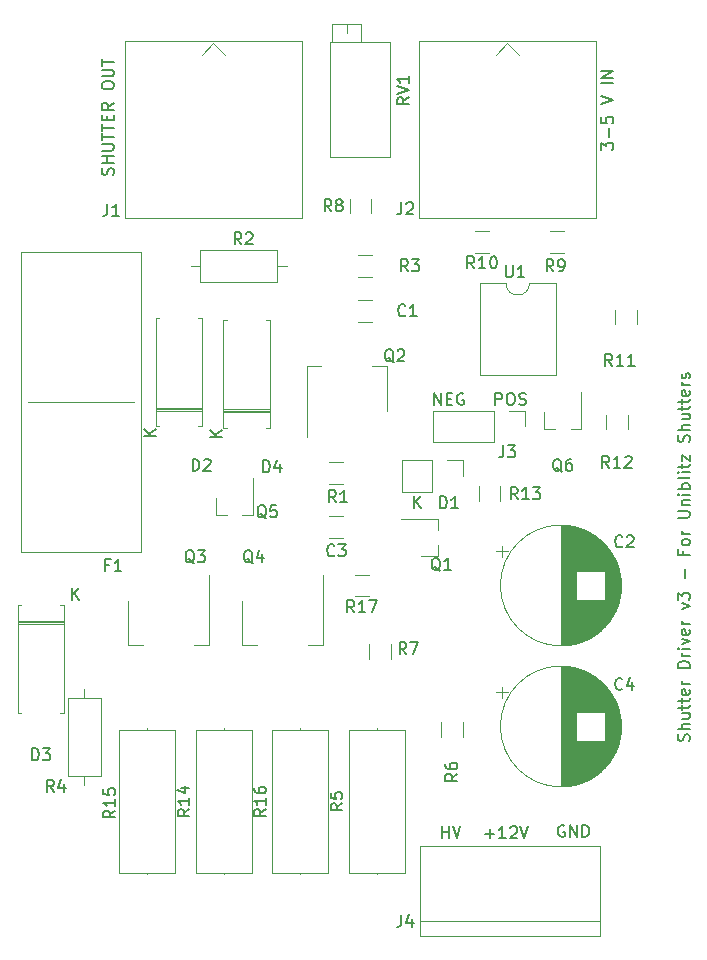
<source format=gbr>
G04 #@! TF.GenerationSoftware,KiCad,Pcbnew,(5.1.2)-2*
G04 #@! TF.CreationDate,2019-08-08T10:37:34+12:00*
G04 #@! TF.ProjectId,Shutter_Driver,53687574-7465-4725-9f44-72697665722e,rev?*
G04 #@! TF.SameCoordinates,Original*
G04 #@! TF.FileFunction,Legend,Top*
G04 #@! TF.FilePolarity,Positive*
%FSLAX46Y46*%
G04 Gerber Fmt 4.6, Leading zero omitted, Abs format (unit mm)*
G04 Created by KiCad (PCBNEW (5.1.2)-2) date 2019-08-08 10:37:34*
%MOMM*%
%LPD*%
G04 APERTURE LIST*
%ADD10C,0.150000*%
%ADD11C,0.120000*%
G04 APERTURE END LIST*
D10*
X82796095Y-76398380D02*
X82796095Y-75398380D01*
X83367523Y-76398380D02*
X82938952Y-75826952D01*
X83367523Y-75398380D02*
X82796095Y-75969809D01*
X106068761Y-96105023D02*
X106116380Y-95962166D01*
X106116380Y-95724071D01*
X106068761Y-95628833D01*
X106021142Y-95581214D01*
X105925904Y-95533595D01*
X105830666Y-95533595D01*
X105735428Y-95581214D01*
X105687809Y-95628833D01*
X105640190Y-95724071D01*
X105592571Y-95914547D01*
X105544952Y-96009785D01*
X105497333Y-96057404D01*
X105402095Y-96105023D01*
X105306857Y-96105023D01*
X105211619Y-96057404D01*
X105164000Y-96009785D01*
X105116380Y-95914547D01*
X105116380Y-95676452D01*
X105164000Y-95533595D01*
X106116380Y-95105023D02*
X105116380Y-95105023D01*
X106116380Y-94676452D02*
X105592571Y-94676452D01*
X105497333Y-94724071D01*
X105449714Y-94819309D01*
X105449714Y-94962166D01*
X105497333Y-95057404D01*
X105544952Y-95105023D01*
X105449714Y-93771690D02*
X106116380Y-93771690D01*
X105449714Y-94200261D02*
X105973523Y-94200261D01*
X106068761Y-94152642D01*
X106116380Y-94057404D01*
X106116380Y-93914547D01*
X106068761Y-93819309D01*
X106021142Y-93771690D01*
X105449714Y-93438357D02*
X105449714Y-93057404D01*
X105116380Y-93295500D02*
X105973523Y-93295500D01*
X106068761Y-93247880D01*
X106116380Y-93152642D01*
X106116380Y-93057404D01*
X105449714Y-92866928D02*
X105449714Y-92485976D01*
X105116380Y-92724071D02*
X105973523Y-92724071D01*
X106068761Y-92676452D01*
X106116380Y-92581214D01*
X106116380Y-92485976D01*
X106068761Y-91771690D02*
X106116380Y-91866928D01*
X106116380Y-92057404D01*
X106068761Y-92152642D01*
X105973523Y-92200261D01*
X105592571Y-92200261D01*
X105497333Y-92152642D01*
X105449714Y-92057404D01*
X105449714Y-91866928D01*
X105497333Y-91771690D01*
X105592571Y-91724071D01*
X105687809Y-91724071D01*
X105783047Y-92200261D01*
X106116380Y-91295500D02*
X105449714Y-91295500D01*
X105640190Y-91295500D02*
X105544952Y-91247880D01*
X105497333Y-91200261D01*
X105449714Y-91105023D01*
X105449714Y-91009785D01*
X106116380Y-89914547D02*
X105116380Y-89914547D01*
X105116380Y-89676452D01*
X105164000Y-89533595D01*
X105259238Y-89438357D01*
X105354476Y-89390738D01*
X105544952Y-89343119D01*
X105687809Y-89343119D01*
X105878285Y-89390738D01*
X105973523Y-89438357D01*
X106068761Y-89533595D01*
X106116380Y-89676452D01*
X106116380Y-89914547D01*
X106116380Y-88914547D02*
X105449714Y-88914547D01*
X105640190Y-88914547D02*
X105544952Y-88866928D01*
X105497333Y-88819309D01*
X105449714Y-88724071D01*
X105449714Y-88628833D01*
X106116380Y-88295500D02*
X105449714Y-88295500D01*
X105116380Y-88295500D02*
X105164000Y-88343119D01*
X105211619Y-88295500D01*
X105164000Y-88247880D01*
X105116380Y-88295500D01*
X105211619Y-88295500D01*
X105449714Y-87914547D02*
X106116380Y-87676452D01*
X105449714Y-87438357D01*
X106068761Y-86676452D02*
X106116380Y-86771690D01*
X106116380Y-86962166D01*
X106068761Y-87057404D01*
X105973523Y-87105023D01*
X105592571Y-87105023D01*
X105497333Y-87057404D01*
X105449714Y-86962166D01*
X105449714Y-86771690D01*
X105497333Y-86676452D01*
X105592571Y-86628833D01*
X105687809Y-86628833D01*
X105783047Y-87105023D01*
X106116380Y-86200261D02*
X105449714Y-86200261D01*
X105640190Y-86200261D02*
X105544952Y-86152642D01*
X105497333Y-86105023D01*
X105449714Y-86009785D01*
X105449714Y-85914547D01*
X105449714Y-84914547D02*
X106116380Y-84676452D01*
X105449714Y-84438357D01*
X105116380Y-84152642D02*
X105116380Y-83533595D01*
X105497333Y-83866928D01*
X105497333Y-83724071D01*
X105544952Y-83628833D01*
X105592571Y-83581214D01*
X105687809Y-83533595D01*
X105925904Y-83533595D01*
X106021142Y-83581214D01*
X106068761Y-83628833D01*
X106116380Y-83724071D01*
X106116380Y-84009785D01*
X106068761Y-84105023D01*
X106021142Y-84152642D01*
X105735428Y-82343119D02*
X105735428Y-81581214D01*
X105592571Y-80009785D02*
X105592571Y-80343119D01*
X106116380Y-80343119D02*
X105116380Y-80343119D01*
X105116380Y-79866928D01*
X106116380Y-79343119D02*
X106068761Y-79438357D01*
X106021142Y-79485976D01*
X105925904Y-79533595D01*
X105640190Y-79533595D01*
X105544952Y-79485976D01*
X105497333Y-79438357D01*
X105449714Y-79343119D01*
X105449714Y-79200261D01*
X105497333Y-79105023D01*
X105544952Y-79057404D01*
X105640190Y-79009785D01*
X105925904Y-79009785D01*
X106021142Y-79057404D01*
X106068761Y-79105023D01*
X106116380Y-79200261D01*
X106116380Y-79343119D01*
X106116380Y-78581214D02*
X105449714Y-78581214D01*
X105640190Y-78581214D02*
X105544952Y-78533595D01*
X105497333Y-78485976D01*
X105449714Y-78390738D01*
X105449714Y-78295500D01*
X105116380Y-77200261D02*
X105925904Y-77200261D01*
X106021142Y-77152642D01*
X106068761Y-77105023D01*
X106116380Y-77009785D01*
X106116380Y-76819309D01*
X106068761Y-76724071D01*
X106021142Y-76676452D01*
X105925904Y-76628833D01*
X105116380Y-76628833D01*
X105449714Y-76152642D02*
X106116380Y-76152642D01*
X105544952Y-76152642D02*
X105497333Y-76105023D01*
X105449714Y-76009785D01*
X105449714Y-75866928D01*
X105497333Y-75771690D01*
X105592571Y-75724071D01*
X106116380Y-75724071D01*
X106116380Y-75247880D02*
X105449714Y-75247880D01*
X105116380Y-75247880D02*
X105164000Y-75295500D01*
X105211619Y-75247880D01*
X105164000Y-75200261D01*
X105116380Y-75247880D01*
X105211619Y-75247880D01*
X106116380Y-74771690D02*
X105116380Y-74771690D01*
X105497333Y-74771690D02*
X105449714Y-74676452D01*
X105449714Y-74485976D01*
X105497333Y-74390738D01*
X105544952Y-74343119D01*
X105640190Y-74295500D01*
X105925904Y-74295500D01*
X106021142Y-74343119D01*
X106068761Y-74390738D01*
X106116380Y-74485976D01*
X106116380Y-74676452D01*
X106068761Y-74771690D01*
X106116380Y-73724071D02*
X106068761Y-73819309D01*
X105973523Y-73866928D01*
X105116380Y-73866928D01*
X106116380Y-73343119D02*
X105449714Y-73343119D01*
X105116380Y-73343119D02*
X105164000Y-73390738D01*
X105211619Y-73343119D01*
X105164000Y-73295500D01*
X105116380Y-73343119D01*
X105211619Y-73343119D01*
X105449714Y-73009785D02*
X105449714Y-72628833D01*
X105116380Y-72866928D02*
X105973523Y-72866928D01*
X106068761Y-72819309D01*
X106116380Y-72724071D01*
X106116380Y-72628833D01*
X105449714Y-72390738D02*
X105449714Y-71866928D01*
X106116380Y-72390738D01*
X106116380Y-71866928D01*
X106068761Y-70771690D02*
X106116380Y-70628833D01*
X106116380Y-70390738D01*
X106068761Y-70295500D01*
X106021142Y-70247880D01*
X105925904Y-70200261D01*
X105830666Y-70200261D01*
X105735428Y-70247880D01*
X105687809Y-70295500D01*
X105640190Y-70390738D01*
X105592571Y-70581214D01*
X105544952Y-70676452D01*
X105497333Y-70724071D01*
X105402095Y-70771690D01*
X105306857Y-70771690D01*
X105211619Y-70724071D01*
X105164000Y-70676452D01*
X105116380Y-70581214D01*
X105116380Y-70343119D01*
X105164000Y-70200261D01*
X106116380Y-69771690D02*
X105116380Y-69771690D01*
X106116380Y-69343119D02*
X105592571Y-69343119D01*
X105497333Y-69390738D01*
X105449714Y-69485976D01*
X105449714Y-69628833D01*
X105497333Y-69724071D01*
X105544952Y-69771690D01*
X105449714Y-68438357D02*
X106116380Y-68438357D01*
X105449714Y-68866928D02*
X105973523Y-68866928D01*
X106068761Y-68819309D01*
X106116380Y-68724071D01*
X106116380Y-68581214D01*
X106068761Y-68485976D01*
X106021142Y-68438357D01*
X105449714Y-68105023D02*
X105449714Y-67724071D01*
X105116380Y-67962166D02*
X105973523Y-67962166D01*
X106068761Y-67914547D01*
X106116380Y-67819309D01*
X106116380Y-67724071D01*
X105449714Y-67533595D02*
X105449714Y-67152642D01*
X105116380Y-67390738D02*
X105973523Y-67390738D01*
X106068761Y-67343119D01*
X106116380Y-67247880D01*
X106116380Y-67152642D01*
X106068761Y-66438357D02*
X106116380Y-66533595D01*
X106116380Y-66724071D01*
X106068761Y-66819309D01*
X105973523Y-66866928D01*
X105592571Y-66866928D01*
X105497333Y-66819309D01*
X105449714Y-66724071D01*
X105449714Y-66533595D01*
X105497333Y-66438357D01*
X105592571Y-66390738D01*
X105687809Y-66390738D01*
X105783047Y-66866928D01*
X106116380Y-65962166D02*
X105449714Y-65962166D01*
X105640190Y-65962166D02*
X105544952Y-65914547D01*
X105497333Y-65866928D01*
X105449714Y-65771690D01*
X105449714Y-65676452D01*
X106068761Y-65390738D02*
X106116380Y-65295500D01*
X106116380Y-65105023D01*
X106068761Y-65009785D01*
X105973523Y-64962166D01*
X105925904Y-64962166D01*
X105830666Y-65009785D01*
X105783047Y-65105023D01*
X105783047Y-65247880D01*
X105735428Y-65343119D01*
X105640190Y-65390738D01*
X105592571Y-65390738D01*
X105497333Y-65343119D01*
X105449714Y-65247880D01*
X105449714Y-65105023D01*
X105497333Y-65009785D01*
X84486904Y-67635380D02*
X84486904Y-66635380D01*
X85058333Y-67635380D01*
X85058333Y-66635380D01*
X85534523Y-67111571D02*
X85867857Y-67111571D01*
X86010714Y-67635380D02*
X85534523Y-67635380D01*
X85534523Y-66635380D01*
X86010714Y-66635380D01*
X86963095Y-66683000D02*
X86867857Y-66635380D01*
X86725000Y-66635380D01*
X86582142Y-66683000D01*
X86486904Y-66778238D01*
X86439285Y-66873476D01*
X86391666Y-67063952D01*
X86391666Y-67206809D01*
X86439285Y-67397285D01*
X86486904Y-67492523D01*
X86582142Y-67587761D01*
X86725000Y-67635380D01*
X86820238Y-67635380D01*
X86963095Y-67587761D01*
X87010714Y-67540142D01*
X87010714Y-67206809D01*
X86820238Y-67206809D01*
X89670095Y-67635380D02*
X89670095Y-66635380D01*
X90051047Y-66635380D01*
X90146285Y-66683000D01*
X90193904Y-66730619D01*
X90241523Y-66825857D01*
X90241523Y-66968714D01*
X90193904Y-67063952D01*
X90146285Y-67111571D01*
X90051047Y-67159190D01*
X89670095Y-67159190D01*
X90860571Y-66635380D02*
X91051047Y-66635380D01*
X91146285Y-66683000D01*
X91241523Y-66778238D01*
X91289142Y-66968714D01*
X91289142Y-67302047D01*
X91241523Y-67492523D01*
X91146285Y-67587761D01*
X91051047Y-67635380D01*
X90860571Y-67635380D01*
X90765333Y-67587761D01*
X90670095Y-67492523D01*
X90622476Y-67302047D01*
X90622476Y-66968714D01*
X90670095Y-66778238D01*
X90765333Y-66683000D01*
X90860571Y-66635380D01*
X91670095Y-67587761D02*
X91812952Y-67635380D01*
X92051047Y-67635380D01*
X92146285Y-67587761D01*
X92193904Y-67540142D01*
X92241523Y-67444904D01*
X92241523Y-67349666D01*
X92193904Y-67254428D01*
X92146285Y-67206809D01*
X92051047Y-67159190D01*
X91860571Y-67111571D01*
X91765333Y-67063952D01*
X91717714Y-67016333D01*
X91670095Y-66921095D01*
X91670095Y-66825857D01*
X91717714Y-66730619D01*
X91765333Y-66683000D01*
X91860571Y-66635380D01*
X92098666Y-66635380D01*
X92241523Y-66683000D01*
X88789095Y-103957428D02*
X89551000Y-103957428D01*
X89170047Y-104338380D02*
X89170047Y-103576476D01*
X90551000Y-104338380D02*
X89979571Y-104338380D01*
X90265285Y-104338380D02*
X90265285Y-103338380D01*
X90170047Y-103481238D01*
X90074809Y-103576476D01*
X89979571Y-103624095D01*
X90931952Y-103433619D02*
X90979571Y-103386000D01*
X91074809Y-103338380D01*
X91312904Y-103338380D01*
X91408142Y-103386000D01*
X91455761Y-103433619D01*
X91503380Y-103528857D01*
X91503380Y-103624095D01*
X91455761Y-103766952D01*
X90884333Y-104338380D01*
X91503380Y-104338380D01*
X91789095Y-103338380D02*
X92122428Y-104338380D01*
X92455761Y-103338380D01*
X95504095Y-103259000D02*
X95408857Y-103211380D01*
X95266000Y-103211380D01*
X95123142Y-103259000D01*
X95027904Y-103354238D01*
X94980285Y-103449476D01*
X94932666Y-103639952D01*
X94932666Y-103782809D01*
X94980285Y-103973285D01*
X95027904Y-104068523D01*
X95123142Y-104163761D01*
X95266000Y-104211380D01*
X95361238Y-104211380D01*
X95504095Y-104163761D01*
X95551714Y-104116142D01*
X95551714Y-103782809D01*
X95361238Y-103782809D01*
X95980285Y-104211380D02*
X95980285Y-103211380D01*
X96551714Y-104211380D01*
X96551714Y-103211380D01*
X97027904Y-104211380D02*
X97027904Y-103211380D01*
X97266000Y-103211380D01*
X97408857Y-103259000D01*
X97504095Y-103354238D01*
X97551714Y-103449476D01*
X97599333Y-103639952D01*
X97599333Y-103782809D01*
X97551714Y-103973285D01*
X97504095Y-104068523D01*
X97408857Y-104163761D01*
X97266000Y-104211380D01*
X97027904Y-104211380D01*
X85137714Y-104338380D02*
X85137714Y-103338380D01*
X85137714Y-103814571D02*
X85709142Y-103814571D01*
X85709142Y-104338380D02*
X85709142Y-103338380D01*
X86042476Y-103338380D02*
X86375809Y-104338380D01*
X86709142Y-103338380D01*
X98639380Y-46052952D02*
X98639380Y-45433904D01*
X99020333Y-45767238D01*
X99020333Y-45624380D01*
X99067952Y-45529142D01*
X99115571Y-45481523D01*
X99210809Y-45433904D01*
X99448904Y-45433904D01*
X99544142Y-45481523D01*
X99591761Y-45529142D01*
X99639380Y-45624380D01*
X99639380Y-45910095D01*
X99591761Y-46005333D01*
X99544142Y-46052952D01*
X99258428Y-45005333D02*
X99258428Y-44243428D01*
X98639380Y-43291047D02*
X98639380Y-43767238D01*
X99115571Y-43814857D01*
X99067952Y-43767238D01*
X99020333Y-43672000D01*
X99020333Y-43433904D01*
X99067952Y-43338666D01*
X99115571Y-43291047D01*
X99210809Y-43243428D01*
X99448904Y-43243428D01*
X99544142Y-43291047D01*
X99591761Y-43338666D01*
X99639380Y-43433904D01*
X99639380Y-43672000D01*
X99591761Y-43767238D01*
X99544142Y-43814857D01*
X98639380Y-42195809D02*
X99639380Y-41862476D01*
X98639380Y-41529142D01*
X99639380Y-40433904D02*
X98639380Y-40433904D01*
X99639380Y-39957714D02*
X98639380Y-39957714D01*
X99639380Y-39386285D01*
X98639380Y-39386285D01*
X57300761Y-48164142D02*
X57348380Y-48021285D01*
X57348380Y-47783190D01*
X57300761Y-47687952D01*
X57253142Y-47640333D01*
X57157904Y-47592714D01*
X57062666Y-47592714D01*
X56967428Y-47640333D01*
X56919809Y-47687952D01*
X56872190Y-47783190D01*
X56824571Y-47973666D01*
X56776952Y-48068904D01*
X56729333Y-48116523D01*
X56634095Y-48164142D01*
X56538857Y-48164142D01*
X56443619Y-48116523D01*
X56396000Y-48068904D01*
X56348380Y-47973666D01*
X56348380Y-47735571D01*
X56396000Y-47592714D01*
X57348380Y-47164142D02*
X56348380Y-47164142D01*
X56824571Y-47164142D02*
X56824571Y-46592714D01*
X57348380Y-46592714D02*
X56348380Y-46592714D01*
X56348380Y-46116523D02*
X57157904Y-46116523D01*
X57253142Y-46068904D01*
X57300761Y-46021285D01*
X57348380Y-45926047D01*
X57348380Y-45735571D01*
X57300761Y-45640333D01*
X57253142Y-45592714D01*
X57157904Y-45545095D01*
X56348380Y-45545095D01*
X56348380Y-45211761D02*
X56348380Y-44640333D01*
X57348380Y-44926047D02*
X56348380Y-44926047D01*
X56348380Y-44449857D02*
X56348380Y-43878428D01*
X57348380Y-44164142D02*
X56348380Y-44164142D01*
X56824571Y-43545095D02*
X56824571Y-43211761D01*
X57348380Y-43068904D02*
X57348380Y-43545095D01*
X56348380Y-43545095D01*
X56348380Y-43068904D01*
X57348380Y-42068904D02*
X56872190Y-42402238D01*
X57348380Y-42640333D02*
X56348380Y-42640333D01*
X56348380Y-42259380D01*
X56396000Y-42164142D01*
X56443619Y-42116523D01*
X56538857Y-42068904D01*
X56681714Y-42068904D01*
X56776952Y-42116523D01*
X56824571Y-42164142D01*
X56872190Y-42259380D01*
X56872190Y-42640333D01*
X56348380Y-40687952D02*
X56348380Y-40497476D01*
X56396000Y-40402238D01*
X56491238Y-40307000D01*
X56681714Y-40259380D01*
X57015047Y-40259380D01*
X57205523Y-40307000D01*
X57300761Y-40402238D01*
X57348380Y-40497476D01*
X57348380Y-40687952D01*
X57300761Y-40783190D01*
X57205523Y-40878428D01*
X57015047Y-40926047D01*
X56681714Y-40926047D01*
X56491238Y-40878428D01*
X56396000Y-40783190D01*
X56348380Y-40687952D01*
X56348380Y-39830809D02*
X57157904Y-39830809D01*
X57253142Y-39783190D01*
X57300761Y-39735571D01*
X57348380Y-39640333D01*
X57348380Y-39449857D01*
X57300761Y-39354619D01*
X57253142Y-39307000D01*
X57157904Y-39259380D01*
X56348380Y-39259380D01*
X56348380Y-38926047D02*
X56348380Y-38354619D01*
X57348380Y-38640333D02*
X56348380Y-38640333D01*
D11*
X77082000Y-35378000D02*
X77082000Y-36137000D01*
X78297000Y-36897000D02*
X75867000Y-36897000D01*
X78297000Y-35378000D02*
X75867000Y-35378000D01*
X75867000Y-35378000D02*
X75867000Y-36897000D01*
X78297000Y-35378000D02*
X78297000Y-36897000D01*
X80762000Y-46668000D02*
X75692000Y-46668000D01*
X80762000Y-36898000D02*
X75692000Y-36898000D01*
X75692000Y-36898000D02*
X75692000Y-46668000D01*
X80762000Y-36898000D02*
X80762000Y-46668000D01*
X50110000Y-67437000D02*
X59110000Y-67437000D01*
X59690000Y-80137000D02*
X49530000Y-80137000D01*
X59690000Y-54737000D02*
X59690000Y-80137000D01*
X49530000Y-54737000D02*
X59690000Y-54737000D01*
X49530000Y-80137000D02*
X49530000Y-54737000D01*
X73152000Y-95039000D02*
X73152000Y-95149000D01*
X73152000Y-107399000D02*
X73152000Y-107289000D01*
X70782000Y-95149000D02*
X70782000Y-107289000D01*
X75522000Y-95149000D02*
X70782000Y-95149000D01*
X75522000Y-107289000D02*
X75522000Y-95149000D01*
X70782000Y-107289000D02*
X75522000Y-107289000D01*
X60198000Y-95039000D02*
X60198000Y-95149000D01*
X60198000Y-107399000D02*
X60198000Y-107289000D01*
X57828000Y-95149000D02*
X57828000Y-107289000D01*
X62568000Y-95149000D02*
X57828000Y-95149000D01*
X62568000Y-107289000D02*
X62568000Y-95149000D01*
X57828000Y-107289000D02*
X62568000Y-107289000D01*
X66675000Y-95039000D02*
X66675000Y-95149000D01*
X66675000Y-107399000D02*
X66675000Y-107289000D01*
X64305000Y-95149000D02*
X64305000Y-107289000D01*
X69045000Y-95149000D02*
X64305000Y-95149000D01*
X69045000Y-107289000D02*
X69045000Y-95149000D01*
X64305000Y-107289000D02*
X69045000Y-107289000D01*
X79629000Y-95039000D02*
X79629000Y-95149000D01*
X79629000Y-107399000D02*
X79629000Y-107289000D01*
X77259000Y-95149000D02*
X77259000Y-107289000D01*
X81999000Y-95149000D02*
X77259000Y-95149000D01*
X81999000Y-107289000D02*
X81999000Y-95149000D01*
X77259000Y-107289000D02*
X81999000Y-107289000D01*
X94802000Y-57344000D02*
X92567000Y-57344000D01*
X94802000Y-65084000D02*
X94802000Y-57344000D01*
X88332000Y-65084000D02*
X94802000Y-65084000D01*
X88332000Y-57344000D02*
X88332000Y-65084000D01*
X90567000Y-57344000D02*
X88332000Y-57344000D01*
X92567000Y-57344000D02*
G75*
G02X90567000Y-57344000I-1000000J0D01*
G01*
X78961064Y-82021000D02*
X77756936Y-82021000D01*
X78961064Y-83841000D02*
X77756936Y-83841000D01*
X90064000Y-75749564D02*
X90064000Y-74545436D01*
X88244000Y-75749564D02*
X88244000Y-74545436D01*
X90230354Y-91494000D02*
X90230354Y-92494000D01*
X89730354Y-91994000D02*
X90730354Y-91994000D01*
X100291000Y-94270000D02*
X100291000Y-95468000D01*
X100251000Y-94007000D02*
X100251000Y-95731000D01*
X100211000Y-93807000D02*
X100211000Y-95931000D01*
X100171000Y-93639000D02*
X100171000Y-96099000D01*
X100131000Y-93491000D02*
X100131000Y-96247000D01*
X100091000Y-93359000D02*
X100091000Y-96379000D01*
X100051000Y-93239000D02*
X100051000Y-96499000D01*
X100011000Y-93127000D02*
X100011000Y-96611000D01*
X99971000Y-93023000D02*
X99971000Y-96715000D01*
X99931000Y-92925000D02*
X99931000Y-96813000D01*
X99891000Y-92832000D02*
X99891000Y-96906000D01*
X99851000Y-92744000D02*
X99851000Y-96994000D01*
X99811000Y-92660000D02*
X99811000Y-97078000D01*
X99771000Y-92580000D02*
X99771000Y-97158000D01*
X99731000Y-92504000D02*
X99731000Y-97234000D01*
X99691000Y-92430000D02*
X99691000Y-97308000D01*
X99651000Y-92359000D02*
X99651000Y-97379000D01*
X99611000Y-92290000D02*
X99611000Y-97448000D01*
X99571000Y-92224000D02*
X99571000Y-97514000D01*
X99531000Y-92160000D02*
X99531000Y-97578000D01*
X99491000Y-92099000D02*
X99491000Y-97639000D01*
X99451000Y-92039000D02*
X99451000Y-97699000D01*
X99411000Y-91980000D02*
X99411000Y-97758000D01*
X99371000Y-91924000D02*
X99371000Y-97814000D01*
X99331000Y-91869000D02*
X99331000Y-97869000D01*
X99291000Y-91815000D02*
X99291000Y-97923000D01*
X99251000Y-91763000D02*
X99251000Y-97975000D01*
X99211000Y-91713000D02*
X99211000Y-98025000D01*
X99171000Y-91663000D02*
X99171000Y-98075000D01*
X99131000Y-91615000D02*
X99131000Y-98123000D01*
X99091000Y-91568000D02*
X99091000Y-98170000D01*
X99051000Y-91522000D02*
X99051000Y-98216000D01*
X99011000Y-91477000D02*
X99011000Y-98261000D01*
X98971000Y-91433000D02*
X98971000Y-98305000D01*
X98931000Y-96110000D02*
X98931000Y-98347000D01*
X98931000Y-91391000D02*
X98931000Y-93628000D01*
X98891000Y-96110000D02*
X98891000Y-98389000D01*
X98891000Y-91349000D02*
X98891000Y-93628000D01*
X98851000Y-96110000D02*
X98851000Y-98430000D01*
X98851000Y-91308000D02*
X98851000Y-93628000D01*
X98811000Y-96110000D02*
X98811000Y-98470000D01*
X98811000Y-91268000D02*
X98811000Y-93628000D01*
X98771000Y-96110000D02*
X98771000Y-98509000D01*
X98771000Y-91229000D02*
X98771000Y-93628000D01*
X98731000Y-96110000D02*
X98731000Y-98548000D01*
X98731000Y-91190000D02*
X98731000Y-93628000D01*
X98691000Y-96110000D02*
X98691000Y-98585000D01*
X98691000Y-91153000D02*
X98691000Y-93628000D01*
X98651000Y-96110000D02*
X98651000Y-98622000D01*
X98651000Y-91116000D02*
X98651000Y-93628000D01*
X98611000Y-96110000D02*
X98611000Y-98658000D01*
X98611000Y-91080000D02*
X98611000Y-93628000D01*
X98571000Y-96110000D02*
X98571000Y-98693000D01*
X98571000Y-91045000D02*
X98571000Y-93628000D01*
X98531000Y-96110000D02*
X98531000Y-98727000D01*
X98531000Y-91011000D02*
X98531000Y-93628000D01*
X98491000Y-96110000D02*
X98491000Y-98761000D01*
X98491000Y-90977000D02*
X98491000Y-93628000D01*
X98451000Y-96110000D02*
X98451000Y-98794000D01*
X98451000Y-90944000D02*
X98451000Y-93628000D01*
X98411000Y-96110000D02*
X98411000Y-98826000D01*
X98411000Y-90912000D02*
X98411000Y-93628000D01*
X98371000Y-96110000D02*
X98371000Y-98858000D01*
X98371000Y-90880000D02*
X98371000Y-93628000D01*
X98331000Y-96110000D02*
X98331000Y-98889000D01*
X98331000Y-90849000D02*
X98331000Y-93628000D01*
X98291000Y-96110000D02*
X98291000Y-98919000D01*
X98291000Y-90819000D02*
X98291000Y-93628000D01*
X98251000Y-96110000D02*
X98251000Y-98949000D01*
X98251000Y-90789000D02*
X98251000Y-93628000D01*
X98211000Y-96110000D02*
X98211000Y-98979000D01*
X98211000Y-90759000D02*
X98211000Y-93628000D01*
X98171000Y-96110000D02*
X98171000Y-99007000D01*
X98171000Y-90731000D02*
X98171000Y-93628000D01*
X98131000Y-96110000D02*
X98131000Y-99035000D01*
X98131000Y-90703000D02*
X98131000Y-93628000D01*
X98091000Y-96110000D02*
X98091000Y-99063000D01*
X98091000Y-90675000D02*
X98091000Y-93628000D01*
X98051000Y-96110000D02*
X98051000Y-99090000D01*
X98051000Y-90648000D02*
X98051000Y-93628000D01*
X98011000Y-96110000D02*
X98011000Y-99116000D01*
X98011000Y-90622000D02*
X98011000Y-93628000D01*
X97971000Y-96110000D02*
X97971000Y-99142000D01*
X97971000Y-90596000D02*
X97971000Y-93628000D01*
X97931000Y-96110000D02*
X97931000Y-99167000D01*
X97931000Y-90571000D02*
X97931000Y-93628000D01*
X97891000Y-96110000D02*
X97891000Y-99192000D01*
X97891000Y-90546000D02*
X97891000Y-93628000D01*
X97851000Y-96110000D02*
X97851000Y-99216000D01*
X97851000Y-90522000D02*
X97851000Y-93628000D01*
X97811000Y-96110000D02*
X97811000Y-99240000D01*
X97811000Y-90498000D02*
X97811000Y-93628000D01*
X97771000Y-96110000D02*
X97771000Y-99264000D01*
X97771000Y-90474000D02*
X97771000Y-93628000D01*
X97731000Y-96110000D02*
X97731000Y-99286000D01*
X97731000Y-90452000D02*
X97731000Y-93628000D01*
X97691000Y-96110000D02*
X97691000Y-99309000D01*
X97691000Y-90429000D02*
X97691000Y-93628000D01*
X97651000Y-96110000D02*
X97651000Y-99331000D01*
X97651000Y-90407000D02*
X97651000Y-93628000D01*
X97611000Y-96110000D02*
X97611000Y-99352000D01*
X97611000Y-90386000D02*
X97611000Y-93628000D01*
X97571000Y-96110000D02*
X97571000Y-99373000D01*
X97571000Y-90365000D02*
X97571000Y-93628000D01*
X97531000Y-96110000D02*
X97531000Y-99394000D01*
X97531000Y-90344000D02*
X97531000Y-93628000D01*
X97491000Y-96110000D02*
X97491000Y-99414000D01*
X97491000Y-90324000D02*
X97491000Y-93628000D01*
X97451000Y-96110000D02*
X97451000Y-99433000D01*
X97451000Y-90305000D02*
X97451000Y-93628000D01*
X97411000Y-96110000D02*
X97411000Y-99453000D01*
X97411000Y-90285000D02*
X97411000Y-93628000D01*
X97371000Y-96110000D02*
X97371000Y-99472000D01*
X97371000Y-90266000D02*
X97371000Y-93628000D01*
X97331000Y-96110000D02*
X97331000Y-99490000D01*
X97331000Y-90248000D02*
X97331000Y-93628000D01*
X97291000Y-96110000D02*
X97291000Y-99508000D01*
X97291000Y-90230000D02*
X97291000Y-93628000D01*
X97251000Y-96110000D02*
X97251000Y-99526000D01*
X97251000Y-90212000D02*
X97251000Y-93628000D01*
X97211000Y-96110000D02*
X97211000Y-99543000D01*
X97211000Y-90195000D02*
X97211000Y-93628000D01*
X97171000Y-96110000D02*
X97171000Y-99559000D01*
X97171000Y-90179000D02*
X97171000Y-93628000D01*
X97131000Y-96110000D02*
X97131000Y-99576000D01*
X97131000Y-90162000D02*
X97131000Y-93628000D01*
X97091000Y-96110000D02*
X97091000Y-99592000D01*
X97091000Y-90146000D02*
X97091000Y-93628000D01*
X97051000Y-96110000D02*
X97051000Y-99607000D01*
X97051000Y-90131000D02*
X97051000Y-93628000D01*
X97011000Y-96110000D02*
X97011000Y-99623000D01*
X97011000Y-90115000D02*
X97011000Y-93628000D01*
X96971000Y-96110000D02*
X96971000Y-99637000D01*
X96971000Y-90101000D02*
X96971000Y-93628000D01*
X96931000Y-96110000D02*
X96931000Y-99652000D01*
X96931000Y-90086000D02*
X96931000Y-93628000D01*
X96891000Y-96110000D02*
X96891000Y-99666000D01*
X96891000Y-90072000D02*
X96891000Y-93628000D01*
X96851000Y-96110000D02*
X96851000Y-99680000D01*
X96851000Y-90058000D02*
X96851000Y-93628000D01*
X96811000Y-96110000D02*
X96811000Y-99693000D01*
X96811000Y-90045000D02*
X96811000Y-93628000D01*
X96771000Y-96110000D02*
X96771000Y-99706000D01*
X96771000Y-90032000D02*
X96771000Y-93628000D01*
X96731000Y-96110000D02*
X96731000Y-99719000D01*
X96731000Y-90019000D02*
X96731000Y-93628000D01*
X96691000Y-96110000D02*
X96691000Y-99731000D01*
X96691000Y-90007000D02*
X96691000Y-93628000D01*
X96651000Y-96110000D02*
X96651000Y-99743000D01*
X96651000Y-89995000D02*
X96651000Y-93628000D01*
X96611000Y-96110000D02*
X96611000Y-99754000D01*
X96611000Y-89984000D02*
X96611000Y-93628000D01*
X96571000Y-96110000D02*
X96571000Y-99766000D01*
X96571000Y-89972000D02*
X96571000Y-93628000D01*
X96531000Y-96110000D02*
X96531000Y-99776000D01*
X96531000Y-89962000D02*
X96531000Y-93628000D01*
X96491000Y-96110000D02*
X96491000Y-99787000D01*
X96491000Y-89951000D02*
X96491000Y-93628000D01*
X96451000Y-89941000D02*
X96451000Y-99797000D01*
X96411000Y-89931000D02*
X96411000Y-99807000D01*
X96371000Y-89922000D02*
X96371000Y-99816000D01*
X96331000Y-89913000D02*
X96331000Y-99825000D01*
X96291000Y-89904000D02*
X96291000Y-99834000D01*
X96251000Y-89895000D02*
X96251000Y-99843000D01*
X96211000Y-89887000D02*
X96211000Y-99851000D01*
X96171000Y-89879000D02*
X96171000Y-99859000D01*
X96131000Y-89872000D02*
X96131000Y-99866000D01*
X96091000Y-89865000D02*
X96091000Y-99873000D01*
X96051000Y-89858000D02*
X96051000Y-99880000D01*
X96011000Y-89851000D02*
X96011000Y-99887000D01*
X95971000Y-89845000D02*
X95971000Y-99893000D01*
X95931000Y-89839000D02*
X95931000Y-99899000D01*
X95890000Y-89834000D02*
X95890000Y-99904000D01*
X95850000Y-89829000D02*
X95850000Y-99909000D01*
X95810000Y-89824000D02*
X95810000Y-99914000D01*
X95770000Y-89819000D02*
X95770000Y-99919000D01*
X95730000Y-89815000D02*
X95730000Y-99923000D01*
X95690000Y-89811000D02*
X95690000Y-99927000D01*
X95650000Y-89807000D02*
X95650000Y-99931000D01*
X95610000Y-89804000D02*
X95610000Y-99934000D01*
X95570000Y-89801000D02*
X95570000Y-99937000D01*
X95530000Y-89799000D02*
X95530000Y-99939000D01*
X95490000Y-89796000D02*
X95490000Y-99942000D01*
X95450000Y-89794000D02*
X95450000Y-99944000D01*
X95410000Y-89792000D02*
X95410000Y-99946000D01*
X95370000Y-89791000D02*
X95370000Y-99947000D01*
X95330000Y-89790000D02*
X95330000Y-99948000D01*
X95290000Y-89789000D02*
X95290000Y-99949000D01*
X95250000Y-89789000D02*
X95250000Y-99949000D01*
X95210000Y-89789000D02*
X95210000Y-99949000D01*
X100330000Y-94869000D02*
G75*
G03X100330000Y-94869000I-5120000J0D01*
G01*
X75038000Y-82006000D02*
X75038000Y-88016000D01*
X68218000Y-84256000D02*
X68218000Y-88016000D01*
X75038000Y-88016000D02*
X73778000Y-88016000D01*
X68218000Y-88016000D02*
X69478000Y-88016000D01*
X65386000Y-82006000D02*
X65386000Y-88016000D01*
X58566000Y-84256000D02*
X58566000Y-88016000D01*
X65386000Y-88016000D02*
X64126000Y-88016000D01*
X58566000Y-88016000D02*
X59826000Y-88016000D01*
X73679000Y-70394000D02*
X73679000Y-64384000D01*
X80499000Y-68144000D02*
X80499000Y-64384000D01*
X73679000Y-64384000D02*
X74939000Y-64384000D01*
X80499000Y-64384000D02*
X79239000Y-64384000D01*
X83312000Y-112649000D02*
X98552000Y-112649000D01*
X83312000Y-105029000D02*
X98552000Y-105029000D01*
X83312000Y-111379000D02*
X98552000Y-111379000D01*
X98552000Y-112649000D02*
X98552000Y-105029000D01*
X83312000Y-112649000D02*
X83312000Y-105029000D01*
X92135000Y-68139000D02*
X92135000Y-69469000D01*
X90805000Y-68139000D02*
X92135000Y-68139000D01*
X89535000Y-68139000D02*
X89535000Y-70799000D01*
X89535000Y-70799000D02*
X84395000Y-70799000D01*
X89535000Y-68139000D02*
X84395000Y-68139000D01*
X84395000Y-68139000D02*
X84395000Y-70799000D01*
X54864000Y-99798000D02*
X54864000Y-99028000D01*
X54864000Y-91718000D02*
X54864000Y-92488000D01*
X56234000Y-99028000D02*
X56234000Y-92488000D01*
X53494000Y-99028000D02*
X56234000Y-99028000D01*
X53494000Y-92488000D02*
X53494000Y-99028000D01*
X56234000Y-92488000D02*
X53494000Y-92488000D01*
X101621000Y-60800064D02*
X101621000Y-59595936D01*
X99801000Y-60800064D02*
X99801000Y-59595936D01*
X84834000Y-80447000D02*
X83374000Y-80447000D01*
X84834000Y-77287000D02*
X81674000Y-77287000D01*
X84834000Y-77287000D02*
X84834000Y-78217000D01*
X84834000Y-80447000D02*
X84834000Y-79517000D01*
X66610000Y-68259000D02*
X70550000Y-68259000D01*
X66610000Y-68019000D02*
X70550000Y-68019000D01*
X66610000Y-68139000D02*
X70550000Y-68139000D01*
X70550000Y-60454000D02*
X70220000Y-60454000D01*
X70550000Y-69594000D02*
X70550000Y-60454000D01*
X70220000Y-69594000D02*
X70550000Y-69594000D01*
X66610000Y-60454000D02*
X66940000Y-60454000D01*
X66610000Y-69594000D02*
X66610000Y-60454000D01*
X66940000Y-69594000D02*
X66610000Y-69594000D01*
X86928000Y-72330000D02*
X86928000Y-73660000D01*
X85598000Y-72330000D02*
X86928000Y-72330000D01*
X84328000Y-72330000D02*
X84328000Y-74990000D01*
X84328000Y-74990000D02*
X81728000Y-74990000D01*
X84328000Y-72330000D02*
X81728000Y-72330000D01*
X81728000Y-72330000D02*
X81728000Y-74990000D01*
X63905000Y-55880000D02*
X64675000Y-55880000D01*
X71985000Y-55880000D02*
X71215000Y-55880000D01*
X64675000Y-57250000D02*
X71215000Y-57250000D01*
X64675000Y-54510000D02*
X64675000Y-57250000D01*
X71215000Y-54510000D02*
X64675000Y-54510000D01*
X71215000Y-57250000D02*
X71215000Y-54510000D01*
X93797000Y-69721000D02*
X93797000Y-68261000D01*
X96957000Y-69721000D02*
X96957000Y-66561000D01*
X96957000Y-69721000D02*
X96027000Y-69721000D01*
X93797000Y-69721000D02*
X94727000Y-69721000D01*
X65984000Y-76960000D02*
X65984000Y-75500000D01*
X69144000Y-76960000D02*
X69144000Y-73800000D01*
X69144000Y-76960000D02*
X68214000Y-76960000D01*
X65984000Y-76960000D02*
X66914000Y-76960000D01*
X53151000Y-85919000D02*
X49211000Y-85919000D01*
X53151000Y-86159000D02*
X49211000Y-86159000D01*
X53151000Y-86039000D02*
X49211000Y-86039000D01*
X49211000Y-93724000D02*
X49541000Y-93724000D01*
X49211000Y-84584000D02*
X49211000Y-93724000D01*
X49541000Y-84584000D02*
X49211000Y-84584000D01*
X53151000Y-93724000D02*
X52821000Y-93724000D01*
X53151000Y-84584000D02*
X53151000Y-93724000D01*
X52821000Y-84584000D02*
X53151000Y-84584000D01*
X75597936Y-78888000D02*
X76802064Y-78888000D01*
X75597936Y-77068000D02*
X76802064Y-77068000D01*
X90230354Y-79556000D02*
X90230354Y-80556000D01*
X89730354Y-80056000D02*
X90730354Y-80056000D01*
X100291000Y-82332000D02*
X100291000Y-83530000D01*
X100251000Y-82069000D02*
X100251000Y-83793000D01*
X100211000Y-81869000D02*
X100211000Y-83993000D01*
X100171000Y-81701000D02*
X100171000Y-84161000D01*
X100131000Y-81553000D02*
X100131000Y-84309000D01*
X100091000Y-81421000D02*
X100091000Y-84441000D01*
X100051000Y-81301000D02*
X100051000Y-84561000D01*
X100011000Y-81189000D02*
X100011000Y-84673000D01*
X99971000Y-81085000D02*
X99971000Y-84777000D01*
X99931000Y-80987000D02*
X99931000Y-84875000D01*
X99891000Y-80894000D02*
X99891000Y-84968000D01*
X99851000Y-80806000D02*
X99851000Y-85056000D01*
X99811000Y-80722000D02*
X99811000Y-85140000D01*
X99771000Y-80642000D02*
X99771000Y-85220000D01*
X99731000Y-80566000D02*
X99731000Y-85296000D01*
X99691000Y-80492000D02*
X99691000Y-85370000D01*
X99651000Y-80421000D02*
X99651000Y-85441000D01*
X99611000Y-80352000D02*
X99611000Y-85510000D01*
X99571000Y-80286000D02*
X99571000Y-85576000D01*
X99531000Y-80222000D02*
X99531000Y-85640000D01*
X99491000Y-80161000D02*
X99491000Y-85701000D01*
X99451000Y-80101000D02*
X99451000Y-85761000D01*
X99411000Y-80042000D02*
X99411000Y-85820000D01*
X99371000Y-79986000D02*
X99371000Y-85876000D01*
X99331000Y-79931000D02*
X99331000Y-85931000D01*
X99291000Y-79877000D02*
X99291000Y-85985000D01*
X99251000Y-79825000D02*
X99251000Y-86037000D01*
X99211000Y-79775000D02*
X99211000Y-86087000D01*
X99171000Y-79725000D02*
X99171000Y-86137000D01*
X99131000Y-79677000D02*
X99131000Y-86185000D01*
X99091000Y-79630000D02*
X99091000Y-86232000D01*
X99051000Y-79584000D02*
X99051000Y-86278000D01*
X99011000Y-79539000D02*
X99011000Y-86323000D01*
X98971000Y-79495000D02*
X98971000Y-86367000D01*
X98931000Y-84172000D02*
X98931000Y-86409000D01*
X98931000Y-79453000D02*
X98931000Y-81690000D01*
X98891000Y-84172000D02*
X98891000Y-86451000D01*
X98891000Y-79411000D02*
X98891000Y-81690000D01*
X98851000Y-84172000D02*
X98851000Y-86492000D01*
X98851000Y-79370000D02*
X98851000Y-81690000D01*
X98811000Y-84172000D02*
X98811000Y-86532000D01*
X98811000Y-79330000D02*
X98811000Y-81690000D01*
X98771000Y-84172000D02*
X98771000Y-86571000D01*
X98771000Y-79291000D02*
X98771000Y-81690000D01*
X98731000Y-84172000D02*
X98731000Y-86610000D01*
X98731000Y-79252000D02*
X98731000Y-81690000D01*
X98691000Y-84172000D02*
X98691000Y-86647000D01*
X98691000Y-79215000D02*
X98691000Y-81690000D01*
X98651000Y-84172000D02*
X98651000Y-86684000D01*
X98651000Y-79178000D02*
X98651000Y-81690000D01*
X98611000Y-84172000D02*
X98611000Y-86720000D01*
X98611000Y-79142000D02*
X98611000Y-81690000D01*
X98571000Y-84172000D02*
X98571000Y-86755000D01*
X98571000Y-79107000D02*
X98571000Y-81690000D01*
X98531000Y-84172000D02*
X98531000Y-86789000D01*
X98531000Y-79073000D02*
X98531000Y-81690000D01*
X98491000Y-84172000D02*
X98491000Y-86823000D01*
X98491000Y-79039000D02*
X98491000Y-81690000D01*
X98451000Y-84172000D02*
X98451000Y-86856000D01*
X98451000Y-79006000D02*
X98451000Y-81690000D01*
X98411000Y-84172000D02*
X98411000Y-86888000D01*
X98411000Y-78974000D02*
X98411000Y-81690000D01*
X98371000Y-84172000D02*
X98371000Y-86920000D01*
X98371000Y-78942000D02*
X98371000Y-81690000D01*
X98331000Y-84172000D02*
X98331000Y-86951000D01*
X98331000Y-78911000D02*
X98331000Y-81690000D01*
X98291000Y-84172000D02*
X98291000Y-86981000D01*
X98291000Y-78881000D02*
X98291000Y-81690000D01*
X98251000Y-84172000D02*
X98251000Y-87011000D01*
X98251000Y-78851000D02*
X98251000Y-81690000D01*
X98211000Y-84172000D02*
X98211000Y-87041000D01*
X98211000Y-78821000D02*
X98211000Y-81690000D01*
X98171000Y-84172000D02*
X98171000Y-87069000D01*
X98171000Y-78793000D02*
X98171000Y-81690000D01*
X98131000Y-84172000D02*
X98131000Y-87097000D01*
X98131000Y-78765000D02*
X98131000Y-81690000D01*
X98091000Y-84172000D02*
X98091000Y-87125000D01*
X98091000Y-78737000D02*
X98091000Y-81690000D01*
X98051000Y-84172000D02*
X98051000Y-87152000D01*
X98051000Y-78710000D02*
X98051000Y-81690000D01*
X98011000Y-84172000D02*
X98011000Y-87178000D01*
X98011000Y-78684000D02*
X98011000Y-81690000D01*
X97971000Y-84172000D02*
X97971000Y-87204000D01*
X97971000Y-78658000D02*
X97971000Y-81690000D01*
X97931000Y-84172000D02*
X97931000Y-87229000D01*
X97931000Y-78633000D02*
X97931000Y-81690000D01*
X97891000Y-84172000D02*
X97891000Y-87254000D01*
X97891000Y-78608000D02*
X97891000Y-81690000D01*
X97851000Y-84172000D02*
X97851000Y-87278000D01*
X97851000Y-78584000D02*
X97851000Y-81690000D01*
X97811000Y-84172000D02*
X97811000Y-87302000D01*
X97811000Y-78560000D02*
X97811000Y-81690000D01*
X97771000Y-84172000D02*
X97771000Y-87326000D01*
X97771000Y-78536000D02*
X97771000Y-81690000D01*
X97731000Y-84172000D02*
X97731000Y-87348000D01*
X97731000Y-78514000D02*
X97731000Y-81690000D01*
X97691000Y-84172000D02*
X97691000Y-87371000D01*
X97691000Y-78491000D02*
X97691000Y-81690000D01*
X97651000Y-84172000D02*
X97651000Y-87393000D01*
X97651000Y-78469000D02*
X97651000Y-81690000D01*
X97611000Y-84172000D02*
X97611000Y-87414000D01*
X97611000Y-78448000D02*
X97611000Y-81690000D01*
X97571000Y-84172000D02*
X97571000Y-87435000D01*
X97571000Y-78427000D02*
X97571000Y-81690000D01*
X97531000Y-84172000D02*
X97531000Y-87456000D01*
X97531000Y-78406000D02*
X97531000Y-81690000D01*
X97491000Y-84172000D02*
X97491000Y-87476000D01*
X97491000Y-78386000D02*
X97491000Y-81690000D01*
X97451000Y-84172000D02*
X97451000Y-87495000D01*
X97451000Y-78367000D02*
X97451000Y-81690000D01*
X97411000Y-84172000D02*
X97411000Y-87515000D01*
X97411000Y-78347000D02*
X97411000Y-81690000D01*
X97371000Y-84172000D02*
X97371000Y-87534000D01*
X97371000Y-78328000D02*
X97371000Y-81690000D01*
X97331000Y-84172000D02*
X97331000Y-87552000D01*
X97331000Y-78310000D02*
X97331000Y-81690000D01*
X97291000Y-84172000D02*
X97291000Y-87570000D01*
X97291000Y-78292000D02*
X97291000Y-81690000D01*
X97251000Y-84172000D02*
X97251000Y-87588000D01*
X97251000Y-78274000D02*
X97251000Y-81690000D01*
X97211000Y-84172000D02*
X97211000Y-87605000D01*
X97211000Y-78257000D02*
X97211000Y-81690000D01*
X97171000Y-84172000D02*
X97171000Y-87621000D01*
X97171000Y-78241000D02*
X97171000Y-81690000D01*
X97131000Y-84172000D02*
X97131000Y-87638000D01*
X97131000Y-78224000D02*
X97131000Y-81690000D01*
X97091000Y-84172000D02*
X97091000Y-87654000D01*
X97091000Y-78208000D02*
X97091000Y-81690000D01*
X97051000Y-84172000D02*
X97051000Y-87669000D01*
X97051000Y-78193000D02*
X97051000Y-81690000D01*
X97011000Y-84172000D02*
X97011000Y-87685000D01*
X97011000Y-78177000D02*
X97011000Y-81690000D01*
X96971000Y-84172000D02*
X96971000Y-87699000D01*
X96971000Y-78163000D02*
X96971000Y-81690000D01*
X96931000Y-84172000D02*
X96931000Y-87714000D01*
X96931000Y-78148000D02*
X96931000Y-81690000D01*
X96891000Y-84172000D02*
X96891000Y-87728000D01*
X96891000Y-78134000D02*
X96891000Y-81690000D01*
X96851000Y-84172000D02*
X96851000Y-87742000D01*
X96851000Y-78120000D02*
X96851000Y-81690000D01*
X96811000Y-84172000D02*
X96811000Y-87755000D01*
X96811000Y-78107000D02*
X96811000Y-81690000D01*
X96771000Y-84172000D02*
X96771000Y-87768000D01*
X96771000Y-78094000D02*
X96771000Y-81690000D01*
X96731000Y-84172000D02*
X96731000Y-87781000D01*
X96731000Y-78081000D02*
X96731000Y-81690000D01*
X96691000Y-84172000D02*
X96691000Y-87793000D01*
X96691000Y-78069000D02*
X96691000Y-81690000D01*
X96651000Y-84172000D02*
X96651000Y-87805000D01*
X96651000Y-78057000D02*
X96651000Y-81690000D01*
X96611000Y-84172000D02*
X96611000Y-87816000D01*
X96611000Y-78046000D02*
X96611000Y-81690000D01*
X96571000Y-84172000D02*
X96571000Y-87828000D01*
X96571000Y-78034000D02*
X96571000Y-81690000D01*
X96531000Y-84172000D02*
X96531000Y-87838000D01*
X96531000Y-78024000D02*
X96531000Y-81690000D01*
X96491000Y-84172000D02*
X96491000Y-87849000D01*
X96491000Y-78013000D02*
X96491000Y-81690000D01*
X96451000Y-78003000D02*
X96451000Y-87859000D01*
X96411000Y-77993000D02*
X96411000Y-87869000D01*
X96371000Y-77984000D02*
X96371000Y-87878000D01*
X96331000Y-77975000D02*
X96331000Y-87887000D01*
X96291000Y-77966000D02*
X96291000Y-87896000D01*
X96251000Y-77957000D02*
X96251000Y-87905000D01*
X96211000Y-77949000D02*
X96211000Y-87913000D01*
X96171000Y-77941000D02*
X96171000Y-87921000D01*
X96131000Y-77934000D02*
X96131000Y-87928000D01*
X96091000Y-77927000D02*
X96091000Y-87935000D01*
X96051000Y-77920000D02*
X96051000Y-87942000D01*
X96011000Y-77913000D02*
X96011000Y-87949000D01*
X95971000Y-77907000D02*
X95971000Y-87955000D01*
X95931000Y-77901000D02*
X95931000Y-87961000D01*
X95890000Y-77896000D02*
X95890000Y-87966000D01*
X95850000Y-77891000D02*
X95850000Y-87971000D01*
X95810000Y-77886000D02*
X95810000Y-87976000D01*
X95770000Y-77881000D02*
X95770000Y-87981000D01*
X95730000Y-77877000D02*
X95730000Y-87985000D01*
X95690000Y-77873000D02*
X95690000Y-87989000D01*
X95650000Y-77869000D02*
X95650000Y-87993000D01*
X95610000Y-77866000D02*
X95610000Y-87996000D01*
X95570000Y-77863000D02*
X95570000Y-87999000D01*
X95530000Y-77861000D02*
X95530000Y-88001000D01*
X95490000Y-77858000D02*
X95490000Y-88004000D01*
X95450000Y-77856000D02*
X95450000Y-88006000D01*
X95410000Y-77854000D02*
X95410000Y-88008000D01*
X95370000Y-77853000D02*
X95370000Y-88009000D01*
X95330000Y-77852000D02*
X95330000Y-88010000D01*
X95290000Y-77851000D02*
X95290000Y-88011000D01*
X95250000Y-77851000D02*
X95250000Y-88011000D01*
X95210000Y-77851000D02*
X95210000Y-88011000D01*
X100330000Y-82931000D02*
G75*
G03X100330000Y-82931000I-5120000J0D01*
G01*
X78010936Y-60600000D02*
X79215064Y-60600000D01*
X78010936Y-58780000D02*
X79215064Y-58780000D01*
X60895000Y-68132000D02*
X64835000Y-68132000D01*
X60895000Y-67892000D02*
X64835000Y-67892000D01*
X60895000Y-68012000D02*
X64835000Y-68012000D01*
X64835000Y-60327000D02*
X64505000Y-60327000D01*
X64835000Y-69467000D02*
X64835000Y-60327000D01*
X64505000Y-69467000D02*
X64835000Y-69467000D01*
X60895000Y-60327000D02*
X61225000Y-60327000D01*
X60895000Y-69467000D02*
X60895000Y-60327000D01*
X61225000Y-69467000D02*
X60895000Y-69467000D01*
X58286000Y-36830000D02*
X73286000Y-36830000D01*
X73286000Y-36830000D02*
X73286000Y-51830000D01*
X73286000Y-51830000D02*
X58286000Y-51830000D01*
X58286000Y-51830000D02*
X58286000Y-36830000D01*
X65786000Y-37030000D02*
X64786000Y-38030000D01*
X65786000Y-37030000D02*
X66786000Y-38030000D01*
X83178000Y-36830000D02*
X98178000Y-36830000D01*
X98178000Y-36830000D02*
X98178000Y-51830000D01*
X98178000Y-51830000D02*
X83178000Y-51830000D01*
X83178000Y-51830000D02*
X83178000Y-36830000D01*
X90678000Y-37030000D02*
X89678000Y-38030000D01*
X90678000Y-37030000D02*
X91678000Y-38030000D01*
X75597936Y-74316000D02*
X76802064Y-74316000D01*
X75597936Y-72496000D02*
X76802064Y-72496000D01*
X79215064Y-54970000D02*
X78010936Y-54970000D01*
X79215064Y-56790000D02*
X78010936Y-56790000D01*
X85069000Y-95725064D02*
X85069000Y-94520936D01*
X86889000Y-95725064D02*
X86889000Y-94520936D01*
X80793000Y-89121064D02*
X80793000Y-87916936D01*
X78973000Y-89121064D02*
X78973000Y-87916936D01*
X77322000Y-51402064D02*
X77322000Y-50197936D01*
X79142000Y-51402064D02*
X79142000Y-50197936D01*
X94266936Y-54758000D02*
X95471064Y-54758000D01*
X94266936Y-52938000D02*
X95471064Y-52938000D01*
X89121064Y-52938000D02*
X87916936Y-52938000D01*
X89121064Y-54758000D02*
X87916936Y-54758000D01*
X100859000Y-68485936D02*
X100859000Y-69690064D01*
X99039000Y-68485936D02*
X99039000Y-69690064D01*
D10*
X82344380Y-41618238D02*
X81868190Y-41951571D01*
X82344380Y-42189666D02*
X81344380Y-42189666D01*
X81344380Y-41808714D01*
X81392000Y-41713476D01*
X81439619Y-41665857D01*
X81534857Y-41618238D01*
X81677714Y-41618238D01*
X81772952Y-41665857D01*
X81820571Y-41713476D01*
X81868190Y-41808714D01*
X81868190Y-42189666D01*
X81344380Y-41332523D02*
X82344380Y-40999190D01*
X81344380Y-40665857D01*
X82344380Y-39808714D02*
X82344380Y-40380142D01*
X82344380Y-40094428D02*
X81344380Y-40094428D01*
X81487238Y-40189666D01*
X81582476Y-40284904D01*
X81630095Y-40380142D01*
X56943666Y-81208571D02*
X56610333Y-81208571D01*
X56610333Y-81732380D02*
X56610333Y-80732380D01*
X57086523Y-80732380D01*
X57991285Y-81732380D02*
X57419857Y-81732380D01*
X57705571Y-81732380D02*
X57705571Y-80732380D01*
X57610333Y-80875238D01*
X57515095Y-80970476D01*
X57419857Y-81018095D01*
X70234380Y-101861857D02*
X69758190Y-102195190D01*
X70234380Y-102433285D02*
X69234380Y-102433285D01*
X69234380Y-102052333D01*
X69282000Y-101957095D01*
X69329619Y-101909476D01*
X69424857Y-101861857D01*
X69567714Y-101861857D01*
X69662952Y-101909476D01*
X69710571Y-101957095D01*
X69758190Y-102052333D01*
X69758190Y-102433285D01*
X70234380Y-100909476D02*
X70234380Y-101480904D01*
X70234380Y-101195190D02*
X69234380Y-101195190D01*
X69377238Y-101290428D01*
X69472476Y-101385666D01*
X69520095Y-101480904D01*
X69234380Y-100052333D02*
X69234380Y-100242809D01*
X69282000Y-100338047D01*
X69329619Y-100385666D01*
X69472476Y-100480904D01*
X69662952Y-100528523D01*
X70043904Y-100528523D01*
X70139142Y-100480904D01*
X70186761Y-100433285D01*
X70234380Y-100338047D01*
X70234380Y-100147571D01*
X70186761Y-100052333D01*
X70139142Y-100004714D01*
X70043904Y-99957095D01*
X69805809Y-99957095D01*
X69710571Y-100004714D01*
X69662952Y-100052333D01*
X69615333Y-100147571D01*
X69615333Y-100338047D01*
X69662952Y-100433285D01*
X69710571Y-100480904D01*
X69805809Y-100528523D01*
X57475380Y-101988857D02*
X56999190Y-102322190D01*
X57475380Y-102560285D02*
X56475380Y-102560285D01*
X56475380Y-102179333D01*
X56523000Y-102084095D01*
X56570619Y-102036476D01*
X56665857Y-101988857D01*
X56808714Y-101988857D01*
X56903952Y-102036476D01*
X56951571Y-102084095D01*
X56999190Y-102179333D01*
X56999190Y-102560285D01*
X57475380Y-101036476D02*
X57475380Y-101607904D01*
X57475380Y-101322190D02*
X56475380Y-101322190D01*
X56618238Y-101417428D01*
X56713476Y-101512666D01*
X56761095Y-101607904D01*
X56475380Y-100131714D02*
X56475380Y-100607904D01*
X56951571Y-100655523D01*
X56903952Y-100607904D01*
X56856333Y-100512666D01*
X56856333Y-100274571D01*
X56903952Y-100179333D01*
X56951571Y-100131714D01*
X57046809Y-100084095D01*
X57284904Y-100084095D01*
X57380142Y-100131714D01*
X57427761Y-100179333D01*
X57475380Y-100274571D01*
X57475380Y-100512666D01*
X57427761Y-100607904D01*
X57380142Y-100655523D01*
X63757380Y-101861857D02*
X63281190Y-102195190D01*
X63757380Y-102433285D02*
X62757380Y-102433285D01*
X62757380Y-102052333D01*
X62805000Y-101957095D01*
X62852619Y-101909476D01*
X62947857Y-101861857D01*
X63090714Y-101861857D01*
X63185952Y-101909476D01*
X63233571Y-101957095D01*
X63281190Y-102052333D01*
X63281190Y-102433285D01*
X63757380Y-100909476D02*
X63757380Y-101480904D01*
X63757380Y-101195190D02*
X62757380Y-101195190D01*
X62900238Y-101290428D01*
X62995476Y-101385666D01*
X63043095Y-101480904D01*
X63090714Y-100052333D02*
X63757380Y-100052333D01*
X62709761Y-100290428D02*
X63424047Y-100528523D01*
X63424047Y-99909476D01*
X76711380Y-101385666D02*
X76235190Y-101719000D01*
X76711380Y-101957095D02*
X75711380Y-101957095D01*
X75711380Y-101576142D01*
X75759000Y-101480904D01*
X75806619Y-101433285D01*
X75901857Y-101385666D01*
X76044714Y-101385666D01*
X76139952Y-101433285D01*
X76187571Y-101480904D01*
X76235190Y-101576142D01*
X76235190Y-101957095D01*
X75711380Y-100480904D02*
X75711380Y-100957095D01*
X76187571Y-101004714D01*
X76139952Y-100957095D01*
X76092333Y-100861857D01*
X76092333Y-100623761D01*
X76139952Y-100528523D01*
X76187571Y-100480904D01*
X76282809Y-100433285D01*
X76520904Y-100433285D01*
X76616142Y-100480904D01*
X76663761Y-100528523D01*
X76711380Y-100623761D01*
X76711380Y-100861857D01*
X76663761Y-100957095D01*
X76616142Y-101004714D01*
X90551095Y-55840380D02*
X90551095Y-56649904D01*
X90598714Y-56745142D01*
X90646333Y-56792761D01*
X90741571Y-56840380D01*
X90932047Y-56840380D01*
X91027285Y-56792761D01*
X91074904Y-56745142D01*
X91122523Y-56649904D01*
X91122523Y-55840380D01*
X92122523Y-56840380D02*
X91551095Y-56840380D01*
X91836809Y-56840380D02*
X91836809Y-55840380D01*
X91741571Y-55983238D01*
X91646333Y-56078476D01*
X91551095Y-56126095D01*
X77716142Y-85203380D02*
X77382809Y-84727190D01*
X77144714Y-85203380D02*
X77144714Y-84203380D01*
X77525666Y-84203380D01*
X77620904Y-84251000D01*
X77668523Y-84298619D01*
X77716142Y-84393857D01*
X77716142Y-84536714D01*
X77668523Y-84631952D01*
X77620904Y-84679571D01*
X77525666Y-84727190D01*
X77144714Y-84727190D01*
X78668523Y-85203380D02*
X78097095Y-85203380D01*
X78382809Y-85203380D02*
X78382809Y-84203380D01*
X78287571Y-84346238D01*
X78192333Y-84441476D01*
X78097095Y-84489095D01*
X79001857Y-84203380D02*
X79668523Y-84203380D01*
X79239952Y-85203380D01*
X91559142Y-75636380D02*
X91225809Y-75160190D01*
X90987714Y-75636380D02*
X90987714Y-74636380D01*
X91368666Y-74636380D01*
X91463904Y-74684000D01*
X91511523Y-74731619D01*
X91559142Y-74826857D01*
X91559142Y-74969714D01*
X91511523Y-75064952D01*
X91463904Y-75112571D01*
X91368666Y-75160190D01*
X90987714Y-75160190D01*
X92511523Y-75636380D02*
X91940095Y-75636380D01*
X92225809Y-75636380D02*
X92225809Y-74636380D01*
X92130571Y-74779238D01*
X92035333Y-74874476D01*
X91940095Y-74922095D01*
X92844857Y-74636380D02*
X93463904Y-74636380D01*
X93130571Y-75017333D01*
X93273428Y-75017333D01*
X93368666Y-75064952D01*
X93416285Y-75112571D01*
X93463904Y-75207809D01*
X93463904Y-75445904D01*
X93416285Y-75541142D01*
X93368666Y-75588761D01*
X93273428Y-75636380D01*
X92987714Y-75636380D01*
X92892476Y-75588761D01*
X92844857Y-75541142D01*
X100417333Y-91670142D02*
X100369714Y-91717761D01*
X100226857Y-91765380D01*
X100131619Y-91765380D01*
X99988761Y-91717761D01*
X99893523Y-91622523D01*
X99845904Y-91527285D01*
X99798285Y-91336809D01*
X99798285Y-91193952D01*
X99845904Y-91003476D01*
X99893523Y-90908238D01*
X99988761Y-90813000D01*
X100131619Y-90765380D01*
X100226857Y-90765380D01*
X100369714Y-90813000D01*
X100417333Y-90860619D01*
X101274476Y-91098714D02*
X101274476Y-91765380D01*
X101036380Y-90717761D02*
X100798285Y-91432047D01*
X101417333Y-91432047D01*
X69119761Y-81065619D02*
X69024523Y-81018000D01*
X68929285Y-80922761D01*
X68786428Y-80779904D01*
X68691190Y-80732285D01*
X68595952Y-80732285D01*
X68643571Y-80970380D02*
X68548333Y-80922761D01*
X68453095Y-80827523D01*
X68405476Y-80637047D01*
X68405476Y-80303714D01*
X68453095Y-80113238D01*
X68548333Y-80018000D01*
X68643571Y-79970380D01*
X68834047Y-79970380D01*
X68929285Y-80018000D01*
X69024523Y-80113238D01*
X69072142Y-80303714D01*
X69072142Y-80637047D01*
X69024523Y-80827523D01*
X68929285Y-80922761D01*
X68834047Y-80970380D01*
X68643571Y-80970380D01*
X69929285Y-80303714D02*
X69929285Y-80970380D01*
X69691190Y-79922761D02*
X69453095Y-80637047D01*
X70072142Y-80637047D01*
X64166761Y-81065619D02*
X64071523Y-81018000D01*
X63976285Y-80922761D01*
X63833428Y-80779904D01*
X63738190Y-80732285D01*
X63642952Y-80732285D01*
X63690571Y-80970380D02*
X63595333Y-80922761D01*
X63500095Y-80827523D01*
X63452476Y-80637047D01*
X63452476Y-80303714D01*
X63500095Y-80113238D01*
X63595333Y-80018000D01*
X63690571Y-79970380D01*
X63881047Y-79970380D01*
X63976285Y-80018000D01*
X64071523Y-80113238D01*
X64119142Y-80303714D01*
X64119142Y-80637047D01*
X64071523Y-80827523D01*
X63976285Y-80922761D01*
X63881047Y-80970380D01*
X63690571Y-80970380D01*
X64452476Y-79970380D02*
X65071523Y-79970380D01*
X64738190Y-80351333D01*
X64881047Y-80351333D01*
X64976285Y-80398952D01*
X65023904Y-80446571D01*
X65071523Y-80541809D01*
X65071523Y-80779904D01*
X65023904Y-80875142D01*
X64976285Y-80922761D01*
X64881047Y-80970380D01*
X64595333Y-80970380D01*
X64500095Y-80922761D01*
X64452476Y-80875142D01*
X81057761Y-64047619D02*
X80962523Y-64000000D01*
X80867285Y-63904761D01*
X80724428Y-63761904D01*
X80629190Y-63714285D01*
X80533952Y-63714285D01*
X80581571Y-63952380D02*
X80486333Y-63904761D01*
X80391095Y-63809523D01*
X80343476Y-63619047D01*
X80343476Y-63285714D01*
X80391095Y-63095238D01*
X80486333Y-63000000D01*
X80581571Y-62952380D01*
X80772047Y-62952380D01*
X80867285Y-63000000D01*
X80962523Y-63095238D01*
X81010142Y-63285714D01*
X81010142Y-63619047D01*
X80962523Y-63809523D01*
X80867285Y-63904761D01*
X80772047Y-63952380D01*
X80581571Y-63952380D01*
X81391095Y-63047619D02*
X81438714Y-63000000D01*
X81533952Y-62952380D01*
X81772047Y-62952380D01*
X81867285Y-63000000D01*
X81914904Y-63047619D01*
X81962523Y-63142857D01*
X81962523Y-63238095D01*
X81914904Y-63380952D01*
X81343476Y-63952380D01*
X81962523Y-63952380D01*
X81708666Y-110831380D02*
X81708666Y-111545666D01*
X81661047Y-111688523D01*
X81565809Y-111783761D01*
X81422952Y-111831380D01*
X81327714Y-111831380D01*
X82613428Y-111164714D02*
X82613428Y-111831380D01*
X82375333Y-110783761D02*
X82137238Y-111498047D01*
X82756285Y-111498047D01*
X90344666Y-71080380D02*
X90344666Y-71794666D01*
X90297047Y-71937523D01*
X90201809Y-72032761D01*
X90058952Y-72080380D01*
X89963714Y-72080380D01*
X90725619Y-71080380D02*
X91344666Y-71080380D01*
X91011333Y-71461333D01*
X91154190Y-71461333D01*
X91249428Y-71508952D01*
X91297047Y-71556571D01*
X91344666Y-71651809D01*
X91344666Y-71889904D01*
X91297047Y-71985142D01*
X91249428Y-72032761D01*
X91154190Y-72080380D01*
X90868476Y-72080380D01*
X90773238Y-72032761D01*
X90725619Y-71985142D01*
X52284333Y-100401380D02*
X51951000Y-99925190D01*
X51712904Y-100401380D02*
X51712904Y-99401380D01*
X52093857Y-99401380D01*
X52189095Y-99449000D01*
X52236714Y-99496619D01*
X52284333Y-99591857D01*
X52284333Y-99734714D01*
X52236714Y-99829952D01*
X52189095Y-99877571D01*
X52093857Y-99925190D01*
X51712904Y-99925190D01*
X53141476Y-99734714D02*
X53141476Y-100401380D01*
X52903380Y-99353761D02*
X52665285Y-100068047D01*
X53284333Y-100068047D01*
X99560142Y-64333380D02*
X99226809Y-63857190D01*
X98988714Y-64333380D02*
X98988714Y-63333380D01*
X99369666Y-63333380D01*
X99464904Y-63381000D01*
X99512523Y-63428619D01*
X99560142Y-63523857D01*
X99560142Y-63666714D01*
X99512523Y-63761952D01*
X99464904Y-63809571D01*
X99369666Y-63857190D01*
X98988714Y-63857190D01*
X100512523Y-64333380D02*
X99941095Y-64333380D01*
X100226809Y-64333380D02*
X100226809Y-63333380D01*
X100131571Y-63476238D01*
X100036333Y-63571476D01*
X99941095Y-63619095D01*
X101464904Y-64333380D02*
X100893476Y-64333380D01*
X101179190Y-64333380D02*
X101179190Y-63333380D01*
X101083952Y-63476238D01*
X100988714Y-63571476D01*
X100893476Y-63619095D01*
X84994761Y-81700619D02*
X84899523Y-81653000D01*
X84804285Y-81557761D01*
X84661428Y-81414904D01*
X84566190Y-81367285D01*
X84470952Y-81367285D01*
X84518571Y-81605380D02*
X84423333Y-81557761D01*
X84328095Y-81462523D01*
X84280476Y-81272047D01*
X84280476Y-80938714D01*
X84328095Y-80748238D01*
X84423333Y-80653000D01*
X84518571Y-80605380D01*
X84709047Y-80605380D01*
X84804285Y-80653000D01*
X84899523Y-80748238D01*
X84947142Y-80938714D01*
X84947142Y-81272047D01*
X84899523Y-81462523D01*
X84804285Y-81557761D01*
X84709047Y-81605380D01*
X84518571Y-81605380D01*
X85899523Y-81605380D02*
X85328095Y-81605380D01*
X85613809Y-81605380D02*
X85613809Y-80605380D01*
X85518571Y-80748238D01*
X85423333Y-80843476D01*
X85328095Y-80891095D01*
X70000904Y-73350380D02*
X70000904Y-72350380D01*
X70239000Y-72350380D01*
X70381857Y-72398000D01*
X70477095Y-72493238D01*
X70524714Y-72588476D01*
X70572333Y-72778952D01*
X70572333Y-72921809D01*
X70524714Y-73112285D01*
X70477095Y-73207523D01*
X70381857Y-73302761D01*
X70239000Y-73350380D01*
X70000904Y-73350380D01*
X71429476Y-72683714D02*
X71429476Y-73350380D01*
X71191380Y-72302761D02*
X70953285Y-73017047D01*
X71572333Y-73017047D01*
X66492380Y-70365904D02*
X65492380Y-70365904D01*
X66492380Y-69794476D02*
X65920952Y-70223047D01*
X65492380Y-69794476D02*
X66063809Y-70365904D01*
X84986904Y-76398380D02*
X84986904Y-75398380D01*
X85225000Y-75398380D01*
X85367857Y-75446000D01*
X85463095Y-75541238D01*
X85510714Y-75636476D01*
X85558333Y-75826952D01*
X85558333Y-75969809D01*
X85510714Y-76160285D01*
X85463095Y-76255523D01*
X85367857Y-76350761D01*
X85225000Y-76398380D01*
X84986904Y-76398380D01*
X86510714Y-76398380D02*
X85939285Y-76398380D01*
X86225000Y-76398380D02*
X86225000Y-75398380D01*
X86129761Y-75541238D01*
X86034523Y-75636476D01*
X85939285Y-75684095D01*
X68159333Y-54046380D02*
X67826000Y-53570190D01*
X67587904Y-54046380D02*
X67587904Y-53046380D01*
X67968857Y-53046380D01*
X68064095Y-53094000D01*
X68111714Y-53141619D01*
X68159333Y-53236857D01*
X68159333Y-53379714D01*
X68111714Y-53474952D01*
X68064095Y-53522571D01*
X67968857Y-53570190D01*
X67587904Y-53570190D01*
X68540285Y-53141619D02*
X68587904Y-53094000D01*
X68683142Y-53046380D01*
X68921238Y-53046380D01*
X69016476Y-53094000D01*
X69064095Y-53141619D01*
X69111714Y-53236857D01*
X69111714Y-53332095D01*
X69064095Y-53474952D01*
X68492666Y-54046380D01*
X69111714Y-54046380D01*
X95281761Y-73318619D02*
X95186523Y-73271000D01*
X95091285Y-73175761D01*
X94948428Y-73032904D01*
X94853190Y-72985285D01*
X94757952Y-72985285D01*
X94805571Y-73223380D02*
X94710333Y-73175761D01*
X94615095Y-73080523D01*
X94567476Y-72890047D01*
X94567476Y-72556714D01*
X94615095Y-72366238D01*
X94710333Y-72271000D01*
X94805571Y-72223380D01*
X94996047Y-72223380D01*
X95091285Y-72271000D01*
X95186523Y-72366238D01*
X95234142Y-72556714D01*
X95234142Y-72890047D01*
X95186523Y-73080523D01*
X95091285Y-73175761D01*
X94996047Y-73223380D01*
X94805571Y-73223380D01*
X96091285Y-72223380D02*
X95900809Y-72223380D01*
X95805571Y-72271000D01*
X95757952Y-72318619D01*
X95662714Y-72461476D01*
X95615095Y-72651952D01*
X95615095Y-73032904D01*
X95662714Y-73128142D01*
X95710333Y-73175761D01*
X95805571Y-73223380D01*
X95996047Y-73223380D01*
X96091285Y-73175761D01*
X96138904Y-73128142D01*
X96186523Y-73032904D01*
X96186523Y-72794809D01*
X96138904Y-72699571D01*
X96091285Y-72651952D01*
X95996047Y-72604333D01*
X95805571Y-72604333D01*
X95710333Y-72651952D01*
X95662714Y-72699571D01*
X95615095Y-72794809D01*
X70262761Y-77255619D02*
X70167523Y-77208000D01*
X70072285Y-77112761D01*
X69929428Y-76969904D01*
X69834190Y-76922285D01*
X69738952Y-76922285D01*
X69786571Y-77160380D02*
X69691333Y-77112761D01*
X69596095Y-77017523D01*
X69548476Y-76827047D01*
X69548476Y-76493714D01*
X69596095Y-76303238D01*
X69691333Y-76208000D01*
X69786571Y-76160380D01*
X69977047Y-76160380D01*
X70072285Y-76208000D01*
X70167523Y-76303238D01*
X70215142Y-76493714D01*
X70215142Y-76827047D01*
X70167523Y-77017523D01*
X70072285Y-77112761D01*
X69977047Y-77160380D01*
X69786571Y-77160380D01*
X71119904Y-76160380D02*
X70643714Y-76160380D01*
X70596095Y-76636571D01*
X70643714Y-76588952D01*
X70738952Y-76541333D01*
X70977047Y-76541333D01*
X71072285Y-76588952D01*
X71119904Y-76636571D01*
X71167523Y-76731809D01*
X71167523Y-76969904D01*
X71119904Y-77065142D01*
X71072285Y-77112761D01*
X70977047Y-77160380D01*
X70738952Y-77160380D01*
X70643714Y-77112761D01*
X70596095Y-77065142D01*
X50442904Y-97734380D02*
X50442904Y-96734380D01*
X50681000Y-96734380D01*
X50823857Y-96782000D01*
X50919095Y-96877238D01*
X50966714Y-96972476D01*
X51014333Y-97162952D01*
X51014333Y-97305809D01*
X50966714Y-97496285D01*
X50919095Y-97591523D01*
X50823857Y-97686761D01*
X50681000Y-97734380D01*
X50442904Y-97734380D01*
X51347666Y-96734380D02*
X51966714Y-96734380D01*
X51633380Y-97115333D01*
X51776238Y-97115333D01*
X51871476Y-97162952D01*
X51919095Y-97210571D01*
X51966714Y-97305809D01*
X51966714Y-97543904D01*
X51919095Y-97639142D01*
X51871476Y-97686761D01*
X51776238Y-97734380D01*
X51490523Y-97734380D01*
X51395285Y-97686761D01*
X51347666Y-97639142D01*
X53840095Y-84145380D02*
X53840095Y-83145380D01*
X54411523Y-84145380D02*
X53982952Y-83573952D01*
X54411523Y-83145380D02*
X53840095Y-83716809D01*
X76033333Y-80367142D02*
X75985714Y-80414761D01*
X75842857Y-80462380D01*
X75747619Y-80462380D01*
X75604761Y-80414761D01*
X75509523Y-80319523D01*
X75461904Y-80224285D01*
X75414285Y-80033809D01*
X75414285Y-79890952D01*
X75461904Y-79700476D01*
X75509523Y-79605238D01*
X75604761Y-79510000D01*
X75747619Y-79462380D01*
X75842857Y-79462380D01*
X75985714Y-79510000D01*
X76033333Y-79557619D01*
X76366666Y-79462380D02*
X76985714Y-79462380D01*
X76652380Y-79843333D01*
X76795238Y-79843333D01*
X76890476Y-79890952D01*
X76938095Y-79938571D01*
X76985714Y-80033809D01*
X76985714Y-80271904D01*
X76938095Y-80367142D01*
X76890476Y-80414761D01*
X76795238Y-80462380D01*
X76509523Y-80462380D01*
X76414285Y-80414761D01*
X76366666Y-80367142D01*
X100417333Y-79605142D02*
X100369714Y-79652761D01*
X100226857Y-79700380D01*
X100131619Y-79700380D01*
X99988761Y-79652761D01*
X99893523Y-79557523D01*
X99845904Y-79462285D01*
X99798285Y-79271809D01*
X99798285Y-79128952D01*
X99845904Y-78938476D01*
X99893523Y-78843238D01*
X99988761Y-78748000D01*
X100131619Y-78700380D01*
X100226857Y-78700380D01*
X100369714Y-78748000D01*
X100417333Y-78795619D01*
X100798285Y-78795619D02*
X100845904Y-78748000D01*
X100941142Y-78700380D01*
X101179238Y-78700380D01*
X101274476Y-78748000D01*
X101322095Y-78795619D01*
X101369714Y-78890857D01*
X101369714Y-78986095D01*
X101322095Y-79128952D01*
X100750666Y-79700380D01*
X101369714Y-79700380D01*
X82038833Y-60047142D02*
X81991214Y-60094761D01*
X81848357Y-60142380D01*
X81753119Y-60142380D01*
X81610261Y-60094761D01*
X81515023Y-59999523D01*
X81467404Y-59904285D01*
X81419785Y-59713809D01*
X81419785Y-59570952D01*
X81467404Y-59380476D01*
X81515023Y-59285238D01*
X81610261Y-59190000D01*
X81753119Y-59142380D01*
X81848357Y-59142380D01*
X81991214Y-59190000D01*
X82038833Y-59237619D01*
X82991214Y-60142380D02*
X82419785Y-60142380D01*
X82705500Y-60142380D02*
X82705500Y-59142380D01*
X82610261Y-59285238D01*
X82515023Y-59380476D01*
X82419785Y-59428095D01*
X64031904Y-73223380D02*
X64031904Y-72223380D01*
X64270000Y-72223380D01*
X64412857Y-72271000D01*
X64508095Y-72366238D01*
X64555714Y-72461476D01*
X64603333Y-72651952D01*
X64603333Y-72794809D01*
X64555714Y-72985285D01*
X64508095Y-73080523D01*
X64412857Y-73175761D01*
X64270000Y-73223380D01*
X64031904Y-73223380D01*
X64984285Y-72318619D02*
X65031904Y-72271000D01*
X65127142Y-72223380D01*
X65365238Y-72223380D01*
X65460476Y-72271000D01*
X65508095Y-72318619D01*
X65555714Y-72413857D01*
X65555714Y-72509095D01*
X65508095Y-72651952D01*
X64936666Y-73223380D01*
X65555714Y-73223380D01*
X60917380Y-70238904D02*
X59917380Y-70238904D01*
X60917380Y-69667476D02*
X60345952Y-70096047D01*
X59917380Y-69667476D02*
X60488809Y-70238904D01*
X56816666Y-50633380D02*
X56816666Y-51347666D01*
X56769047Y-51490523D01*
X56673809Y-51585761D01*
X56530952Y-51633380D01*
X56435714Y-51633380D01*
X57816666Y-51633380D02*
X57245238Y-51633380D01*
X57530952Y-51633380D02*
X57530952Y-50633380D01*
X57435714Y-50776238D01*
X57340476Y-50871476D01*
X57245238Y-50919095D01*
X81708666Y-50506380D02*
X81708666Y-51220666D01*
X81661047Y-51363523D01*
X81565809Y-51458761D01*
X81422952Y-51506380D01*
X81327714Y-51506380D01*
X82137238Y-50601619D02*
X82184857Y-50554000D01*
X82280095Y-50506380D01*
X82518190Y-50506380D01*
X82613428Y-50554000D01*
X82661047Y-50601619D01*
X82708666Y-50696857D01*
X82708666Y-50792095D01*
X82661047Y-50934952D01*
X82089619Y-51506380D01*
X82708666Y-51506380D01*
X76160333Y-75890380D02*
X75827000Y-75414190D01*
X75588904Y-75890380D02*
X75588904Y-74890380D01*
X75969857Y-74890380D01*
X76065095Y-74938000D01*
X76112714Y-74985619D01*
X76160333Y-75080857D01*
X76160333Y-75223714D01*
X76112714Y-75318952D01*
X76065095Y-75366571D01*
X75969857Y-75414190D01*
X75588904Y-75414190D01*
X77112714Y-75890380D02*
X76541285Y-75890380D01*
X76827000Y-75890380D02*
X76827000Y-74890380D01*
X76731761Y-75033238D01*
X76636523Y-75128476D01*
X76541285Y-75176095D01*
X82256333Y-56332380D02*
X81923000Y-55856190D01*
X81684904Y-56332380D02*
X81684904Y-55332380D01*
X82065857Y-55332380D01*
X82161095Y-55380000D01*
X82208714Y-55427619D01*
X82256333Y-55522857D01*
X82256333Y-55665714D01*
X82208714Y-55760952D01*
X82161095Y-55808571D01*
X82065857Y-55856190D01*
X81684904Y-55856190D01*
X82589666Y-55332380D02*
X83208714Y-55332380D01*
X82875380Y-55713333D01*
X83018238Y-55713333D01*
X83113476Y-55760952D01*
X83161095Y-55808571D01*
X83208714Y-55903809D01*
X83208714Y-56141904D01*
X83161095Y-56237142D01*
X83113476Y-56284761D01*
X83018238Y-56332380D01*
X82732523Y-56332380D01*
X82637285Y-56284761D01*
X82589666Y-56237142D01*
X86431380Y-98882166D02*
X85955190Y-99215500D01*
X86431380Y-99453595D02*
X85431380Y-99453595D01*
X85431380Y-99072642D01*
X85479000Y-98977404D01*
X85526619Y-98929785D01*
X85621857Y-98882166D01*
X85764714Y-98882166D01*
X85859952Y-98929785D01*
X85907571Y-98977404D01*
X85955190Y-99072642D01*
X85955190Y-99453595D01*
X85431380Y-98025023D02*
X85431380Y-98215500D01*
X85479000Y-98310738D01*
X85526619Y-98358357D01*
X85669476Y-98453595D01*
X85859952Y-98501214D01*
X86240904Y-98501214D01*
X86336142Y-98453595D01*
X86383761Y-98405976D01*
X86431380Y-98310738D01*
X86431380Y-98120261D01*
X86383761Y-98025023D01*
X86336142Y-97977404D01*
X86240904Y-97929785D01*
X86002809Y-97929785D01*
X85907571Y-97977404D01*
X85859952Y-98025023D01*
X85812333Y-98120261D01*
X85812333Y-98310738D01*
X85859952Y-98405976D01*
X85907571Y-98453595D01*
X86002809Y-98501214D01*
X82129333Y-88753880D02*
X81796000Y-88277690D01*
X81557904Y-88753880D02*
X81557904Y-87753880D01*
X81938857Y-87753880D01*
X82034095Y-87801500D01*
X82081714Y-87849119D01*
X82129333Y-87944357D01*
X82129333Y-88087214D01*
X82081714Y-88182452D01*
X82034095Y-88230071D01*
X81938857Y-88277690D01*
X81557904Y-88277690D01*
X82462666Y-87753880D02*
X83129333Y-87753880D01*
X82700761Y-88753880D01*
X75779333Y-51252380D02*
X75446000Y-50776190D01*
X75207904Y-51252380D02*
X75207904Y-50252380D01*
X75588857Y-50252380D01*
X75684095Y-50300000D01*
X75731714Y-50347619D01*
X75779333Y-50442857D01*
X75779333Y-50585714D01*
X75731714Y-50680952D01*
X75684095Y-50728571D01*
X75588857Y-50776190D01*
X75207904Y-50776190D01*
X76350761Y-50680952D02*
X76255523Y-50633333D01*
X76207904Y-50585714D01*
X76160285Y-50490476D01*
X76160285Y-50442857D01*
X76207904Y-50347619D01*
X76255523Y-50300000D01*
X76350761Y-50252380D01*
X76541238Y-50252380D01*
X76636476Y-50300000D01*
X76684095Y-50347619D01*
X76731714Y-50442857D01*
X76731714Y-50490476D01*
X76684095Y-50585714D01*
X76636476Y-50633333D01*
X76541238Y-50680952D01*
X76350761Y-50680952D01*
X76255523Y-50728571D01*
X76207904Y-50776190D01*
X76160285Y-50871428D01*
X76160285Y-51061904D01*
X76207904Y-51157142D01*
X76255523Y-51204761D01*
X76350761Y-51252380D01*
X76541238Y-51252380D01*
X76636476Y-51204761D01*
X76684095Y-51157142D01*
X76731714Y-51061904D01*
X76731714Y-50871428D01*
X76684095Y-50776190D01*
X76636476Y-50728571D01*
X76541238Y-50680952D01*
X94575333Y-56332380D02*
X94242000Y-55856190D01*
X94003904Y-56332380D02*
X94003904Y-55332380D01*
X94384857Y-55332380D01*
X94480095Y-55380000D01*
X94527714Y-55427619D01*
X94575333Y-55522857D01*
X94575333Y-55665714D01*
X94527714Y-55760952D01*
X94480095Y-55808571D01*
X94384857Y-55856190D01*
X94003904Y-55856190D01*
X95051523Y-56332380D02*
X95242000Y-56332380D01*
X95337238Y-56284761D01*
X95384857Y-56237142D01*
X95480095Y-56094285D01*
X95527714Y-55903809D01*
X95527714Y-55522857D01*
X95480095Y-55427619D01*
X95432476Y-55380000D01*
X95337238Y-55332380D01*
X95146761Y-55332380D01*
X95051523Y-55380000D01*
X95003904Y-55427619D01*
X94956285Y-55522857D01*
X94956285Y-55760952D01*
X95003904Y-55856190D01*
X95051523Y-55903809D01*
X95146761Y-55951428D01*
X95337238Y-55951428D01*
X95432476Y-55903809D01*
X95480095Y-55856190D01*
X95527714Y-55760952D01*
X87876142Y-56078380D02*
X87542809Y-55602190D01*
X87304714Y-56078380D02*
X87304714Y-55078380D01*
X87685666Y-55078380D01*
X87780904Y-55126000D01*
X87828523Y-55173619D01*
X87876142Y-55268857D01*
X87876142Y-55411714D01*
X87828523Y-55506952D01*
X87780904Y-55554571D01*
X87685666Y-55602190D01*
X87304714Y-55602190D01*
X88828523Y-56078380D02*
X88257095Y-56078380D01*
X88542809Y-56078380D02*
X88542809Y-55078380D01*
X88447571Y-55221238D01*
X88352333Y-55316476D01*
X88257095Y-55364095D01*
X89447571Y-55078380D02*
X89542809Y-55078380D01*
X89638047Y-55126000D01*
X89685666Y-55173619D01*
X89733285Y-55268857D01*
X89780904Y-55459333D01*
X89780904Y-55697428D01*
X89733285Y-55887904D01*
X89685666Y-55983142D01*
X89638047Y-56030761D01*
X89542809Y-56078380D01*
X89447571Y-56078380D01*
X89352333Y-56030761D01*
X89304714Y-55983142D01*
X89257095Y-55887904D01*
X89209476Y-55697428D01*
X89209476Y-55459333D01*
X89257095Y-55268857D01*
X89304714Y-55173619D01*
X89352333Y-55126000D01*
X89447571Y-55078380D01*
X99306142Y-72969380D02*
X98972809Y-72493190D01*
X98734714Y-72969380D02*
X98734714Y-71969380D01*
X99115666Y-71969380D01*
X99210904Y-72017000D01*
X99258523Y-72064619D01*
X99306142Y-72159857D01*
X99306142Y-72302714D01*
X99258523Y-72397952D01*
X99210904Y-72445571D01*
X99115666Y-72493190D01*
X98734714Y-72493190D01*
X100258523Y-72969380D02*
X99687095Y-72969380D01*
X99972809Y-72969380D02*
X99972809Y-71969380D01*
X99877571Y-72112238D01*
X99782333Y-72207476D01*
X99687095Y-72255095D01*
X100639476Y-72064619D02*
X100687095Y-72017000D01*
X100782333Y-71969380D01*
X101020428Y-71969380D01*
X101115666Y-72017000D01*
X101163285Y-72064619D01*
X101210904Y-72159857D01*
X101210904Y-72255095D01*
X101163285Y-72397952D01*
X100591857Y-72969380D01*
X101210904Y-72969380D01*
M02*

</source>
